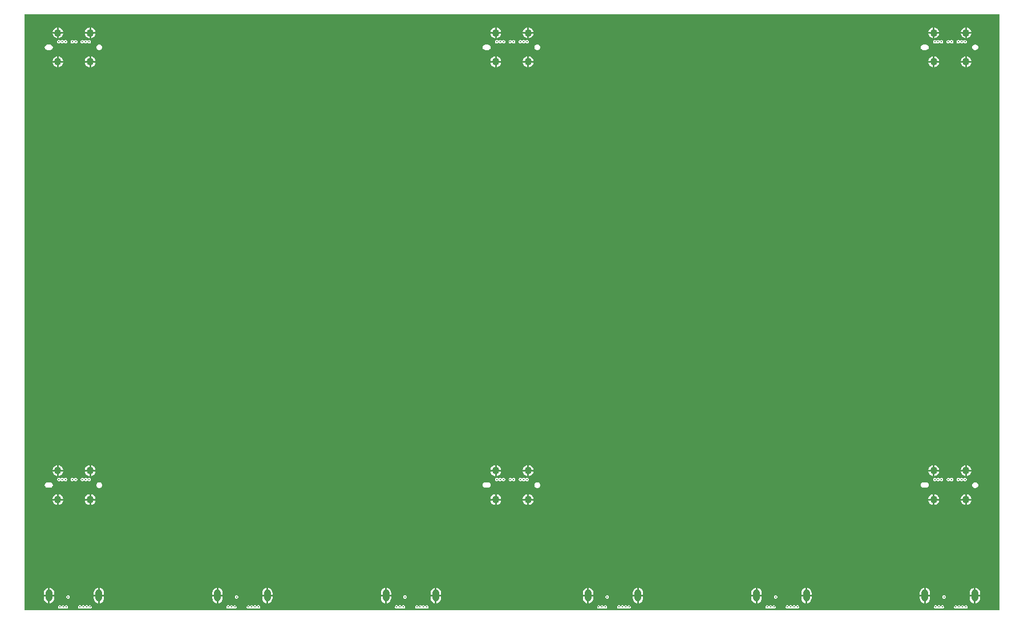
<source format=gbr>
%TF.GenerationSoftware,Altium Limited,Altium Designer,22.5.1 (42)*%
G04 Layer_Physical_Order=4*
G04 Layer_Color=6684774*
%FSLAX26Y26*%
%MOIN*%
%TF.SameCoordinates,0DA79311-8CAD-460E-879A-7D23F4F2BAF0*%
%TF.FilePolarity,Positive*%
%TF.FileFunction,Copper,L4,Inr,Signal*%
%TF.Part,Single*%
G01*
G75*
%TA.AperFunction,ComponentPad*%
%ADD16C,0.043307*%
%ADD17O,0.039370X0.070866*%
%TA.AperFunction,ViaPad*%
%ADD18C,0.011811*%
G36*
X6982802Y3403049D02*
X1284939D01*
Y6884377D01*
X6982802D01*
Y3403049D01*
D02*
G37*
%LPC*%
G36*
X6792402Y6808989D02*
Y6782559D01*
X6818832D01*
X6816898Y6789777D01*
X6812731Y6796995D01*
X6806837Y6802888D01*
X6799619Y6807055D01*
X6792402Y6808989D01*
D02*
G37*
G36*
X6782402D02*
X6775184Y6807055D01*
X6767966Y6802888D01*
X6762073Y6796995D01*
X6757905Y6789777D01*
X6755971Y6782559D01*
X6782402D01*
Y6808989D01*
D02*
G37*
G36*
X6603425D02*
Y6782559D01*
X6629856D01*
X6627922Y6789777D01*
X6623754Y6796995D01*
X6617861Y6802888D01*
X6610643Y6807055D01*
X6603425Y6808989D01*
D02*
G37*
G36*
X6593425D02*
X6586207Y6807055D01*
X6578989Y6802888D01*
X6573096Y6796995D01*
X6568929Y6789777D01*
X6566995Y6782559D01*
X6593425D01*
Y6808989D01*
D02*
G37*
G36*
X4233346D02*
Y6782559D01*
X4259777D01*
X4257843Y6789777D01*
X4253676Y6796995D01*
X4247782Y6802888D01*
X4240564Y6807055D01*
X4233346Y6808989D01*
D02*
G37*
G36*
X4223346D02*
X4216129Y6807055D01*
X4208911Y6802888D01*
X4203017Y6796995D01*
X4198850Y6789777D01*
X4196916Y6782559D01*
X4223346D01*
Y6808989D01*
D02*
G37*
G36*
X4044370D02*
Y6782559D01*
X4070800D01*
X4068866Y6789777D01*
X4064699Y6796995D01*
X4058806Y6802888D01*
X4051588Y6807055D01*
X4044370Y6808989D01*
D02*
G37*
G36*
X4034370D02*
X4027152Y6807055D01*
X4019934Y6802888D01*
X4014041Y6796995D01*
X4009874Y6789777D01*
X4007940Y6782559D01*
X4034370D01*
Y6808989D01*
D02*
G37*
G36*
X1674291D02*
Y6782559D01*
X1700722D01*
X1698788Y6789777D01*
X1694620Y6796995D01*
X1688727Y6802888D01*
X1681509Y6807055D01*
X1674291Y6808989D01*
D02*
G37*
G36*
X1664291D02*
X1657073Y6807055D01*
X1649856Y6802888D01*
X1643962Y6796995D01*
X1639795Y6789777D01*
X1637861Y6782559D01*
X1664291D01*
Y6808989D01*
D02*
G37*
G36*
X1485315D02*
Y6782559D01*
X1511745D01*
X1509811Y6789777D01*
X1505644Y6796995D01*
X1499751Y6802888D01*
X1492533Y6807055D01*
X1485315Y6808989D01*
D02*
G37*
G36*
X1475315D02*
X1468097Y6807055D01*
X1460879Y6802888D01*
X1454986Y6796995D01*
X1450819Y6789777D01*
X1448884Y6782559D01*
X1475315D01*
Y6808989D01*
D02*
G37*
G36*
X6818832Y6772559D02*
X6792402D01*
Y6746129D01*
X6799619Y6748063D01*
X6806837Y6752230D01*
X6812731Y6758123D01*
X6816898Y6765341D01*
X6818832Y6772559D01*
D02*
G37*
G36*
X6782402D02*
X6755971D01*
X6757905Y6765341D01*
X6762073Y6758123D01*
X6767966Y6752230D01*
X6775184Y6748063D01*
X6782402Y6746129D01*
Y6772559D01*
D02*
G37*
G36*
X6629856D02*
X6603425D01*
Y6746129D01*
X6610643Y6748063D01*
X6617861Y6752230D01*
X6623754Y6758123D01*
X6627922Y6765341D01*
X6629856Y6772559D01*
D02*
G37*
G36*
X6593425D02*
X6566995D01*
X6568929Y6765341D01*
X6573096Y6758123D01*
X6578989Y6752230D01*
X6586207Y6748063D01*
X6593425Y6746129D01*
Y6772559D01*
D02*
G37*
G36*
X4259777D02*
X4233346D01*
Y6746129D01*
X4240564Y6748063D01*
X4247782Y6752230D01*
X4253676Y6758123D01*
X4257843Y6765341D01*
X4259777Y6772559D01*
D02*
G37*
G36*
X4223346D02*
X4196916D01*
X4198850Y6765341D01*
X4203017Y6758123D01*
X4208911Y6752230D01*
X4216129Y6748063D01*
X4223346Y6746129D01*
Y6772559D01*
D02*
G37*
G36*
X4070800D02*
X4044370D01*
Y6746129D01*
X4051588Y6748063D01*
X4058806Y6752230D01*
X4064699Y6758123D01*
X4068866Y6765341D01*
X4070800Y6772559D01*
D02*
G37*
G36*
X4034370D02*
X4007940D01*
X4009874Y6765341D01*
X4014041Y6758123D01*
X4019934Y6752230D01*
X4027152Y6748063D01*
X4034370Y6746129D01*
Y6772559D01*
D02*
G37*
G36*
X1700722D02*
X1674291D01*
Y6746129D01*
X1681509Y6748063D01*
X1688727Y6752230D01*
X1694620Y6758123D01*
X1698788Y6765341D01*
X1700722Y6772559D01*
D02*
G37*
G36*
X1664291D02*
X1637861D01*
X1639795Y6765341D01*
X1643962Y6758123D01*
X1649856Y6752230D01*
X1657073Y6748063D01*
X1664291Y6746129D01*
Y6772559D01*
D02*
G37*
G36*
X1511745D02*
X1485315D01*
Y6746129D01*
X1492533Y6748063D01*
X1499751Y6752230D01*
X1505644Y6758123D01*
X1509811Y6765341D01*
X1511745Y6772559D01*
D02*
G37*
G36*
X1475315D02*
X1448884D01*
X1450819Y6765341D01*
X1454986Y6758123D01*
X1460879Y6752230D01*
X1468097Y6748063D01*
X1475315Y6746129D01*
Y6772559D01*
D02*
G37*
G36*
X6645698Y6735630D02*
X6641704D01*
X6638014Y6734102D01*
X6636983Y6733071D01*
X6633846Y6731778D01*
X6630501Y6733024D01*
X6629591Y6733935D01*
X6625974Y6735433D01*
X6622058D01*
X6618440Y6733935D01*
X6617379Y6732873D01*
X6614173Y6731710D01*
X6610967Y6732873D01*
X6609906Y6733935D01*
X6606288Y6735433D01*
X6602373D01*
X6598755Y6733935D01*
X6595987Y6731166D01*
X6594488Y6727548D01*
Y6723633D01*
X6595987Y6720015D01*
X6598755Y6717247D01*
X6602373Y6715748D01*
X6606288D01*
X6609906Y6717247D01*
X6610967Y6718308D01*
X6614173Y6719471D01*
X6617379Y6718308D01*
X6618440Y6717247D01*
X6622058Y6715748D01*
X6625974D01*
X6629591Y6717247D01*
X6630501Y6718157D01*
X6633846Y6719403D01*
X6636983Y6718111D01*
X6638014Y6717080D01*
X6641704Y6715551D01*
X6645698D01*
X6649388Y6717080D01*
X6652212Y6719904D01*
X6653740Y6723594D01*
Y6727588D01*
X6652212Y6731278D01*
X6649388Y6734102D01*
X6645698Y6735630D01*
D02*
G37*
G36*
X4086643D02*
X4082649D01*
X4078959Y6734102D01*
X4077928Y6733071D01*
X4074791Y6731778D01*
X4071446Y6733024D01*
X4070536Y6733935D01*
X4066919Y6735433D01*
X4063003D01*
X4059385Y6733935D01*
X4058324Y6732873D01*
X4055118Y6731710D01*
X4051912Y6732873D01*
X4050851Y6733935D01*
X4047233Y6735433D01*
X4043318D01*
X4039700Y6733935D01*
X4036932Y6731166D01*
X4035433Y6727548D01*
Y6723633D01*
X4036932Y6720015D01*
X4039700Y6717247D01*
X4043318Y6715748D01*
X4047233D01*
X4050851Y6717247D01*
X4051912Y6718308D01*
X4055118Y6719471D01*
X4058324Y6718308D01*
X4059385Y6717247D01*
X4063003Y6715748D01*
X4066919D01*
X4070536Y6717247D01*
X4071446Y6718157D01*
X4074791Y6719403D01*
X4077928Y6718111D01*
X4078959Y6717080D01*
X4082649Y6715551D01*
X4086643D01*
X4090333Y6717080D01*
X4093157Y6719904D01*
X4094685Y6723594D01*
Y6727588D01*
X4093157Y6731278D01*
X4090333Y6734102D01*
X4086643Y6735630D01*
D02*
G37*
G36*
X1527588D02*
X1523593D01*
X1519904Y6734102D01*
X1518873Y6733071D01*
X1515736Y6731778D01*
X1512391Y6733024D01*
X1511481Y6733935D01*
X1507863Y6735433D01*
X1503948D01*
X1500330Y6733935D01*
X1499269Y6732873D01*
X1496063Y6731710D01*
X1492857Y6732873D01*
X1491796Y6733935D01*
X1488178Y6735433D01*
X1484263D01*
X1480645Y6733935D01*
X1477876Y6731166D01*
X1476378Y6727548D01*
Y6723633D01*
X1477876Y6720015D01*
X1480645Y6717247D01*
X1484263Y6715748D01*
X1488178D01*
X1491796Y6717247D01*
X1492857Y6718308D01*
X1496063Y6719471D01*
X1499269Y6718308D01*
X1500330Y6717247D01*
X1503948Y6715748D01*
X1507863D01*
X1511481Y6717247D01*
X1512391Y6718157D01*
X1515736Y6719403D01*
X1518873Y6718111D01*
X1519904Y6717080D01*
X1523593Y6715551D01*
X1527588D01*
X1531277Y6717080D01*
X1534101Y6719904D01*
X1535630Y6723594D01*
Y6727588D01*
X1534101Y6731278D01*
X1531277Y6734102D01*
X1527588Y6735630D01*
D02*
G37*
G36*
X6704714Y6735433D02*
X6700798D01*
X6697181Y6733935D01*
X6696120Y6732873D01*
X6692913Y6731710D01*
X6689707Y6732873D01*
X6688646Y6733935D01*
X6685029Y6735433D01*
X6681113D01*
X6677496Y6733935D01*
X6674727Y6731166D01*
X6673228Y6727548D01*
Y6723633D01*
X6674727Y6720015D01*
X6677496Y6717247D01*
X6681113Y6715748D01*
X6685029D01*
X6688646Y6717247D01*
X6689707Y6718308D01*
X6692913Y6719471D01*
X6696120Y6718308D01*
X6697181Y6717247D01*
X6700798Y6715748D01*
X6704714D01*
X6708331Y6717247D01*
X6711100Y6720015D01*
X6712599Y6723633D01*
Y6727548D01*
X6711100Y6731166D01*
X6708331Y6733935D01*
X6704714Y6735433D01*
D02*
G37*
G36*
X4145659D02*
X4141743D01*
X4138126Y6733935D01*
X4137065Y6732873D01*
X4133858Y6731710D01*
X4130652Y6732873D01*
X4129591Y6733935D01*
X4125974Y6735433D01*
X4122058D01*
X4118440Y6733935D01*
X4115672Y6731166D01*
X4114173Y6727548D01*
Y6723633D01*
X4115672Y6720015D01*
X4118440Y6717247D01*
X4122058Y6715748D01*
X4125974D01*
X4129591Y6717247D01*
X4130652Y6718308D01*
X4133858Y6719471D01*
X4137065Y6718308D01*
X4138126Y6717247D01*
X4141743Y6715748D01*
X4145659D01*
X4149276Y6717247D01*
X4152045Y6720015D01*
X4153543Y6723633D01*
Y6727548D01*
X4152045Y6731166D01*
X4149276Y6733935D01*
X4145659Y6735433D01*
D02*
G37*
G36*
X1586603D02*
X1582688D01*
X1579070Y6733935D01*
X1578009Y6732873D01*
X1574803Y6731710D01*
X1571597Y6732873D01*
X1570536Y6733935D01*
X1566918Y6735433D01*
X1563003D01*
X1559385Y6733935D01*
X1556617Y6731166D01*
X1555118Y6727548D01*
Y6723633D01*
X1556617Y6720015D01*
X1559385Y6717247D01*
X1563003Y6715748D01*
X1566918D01*
X1570536Y6717247D01*
X1571597Y6718308D01*
X1574803Y6719471D01*
X1578009Y6718308D01*
X1579070Y6717247D01*
X1582688Y6715748D01*
X1586603D01*
X1590221Y6717247D01*
X1592990Y6720015D01*
X1594488Y6723633D01*
Y6727548D01*
X1592990Y6731166D01*
X1590221Y6733935D01*
X1586603Y6735433D01*
D02*
G37*
G36*
X6744123Y6735630D02*
X6740129D01*
X6736439Y6734102D01*
X6733615Y6731278D01*
X6732087Y6727588D01*
Y6723594D01*
X6733615Y6719904D01*
X6736439Y6717080D01*
X6740129Y6715551D01*
X6744123D01*
X6747813Y6717080D01*
X6748844Y6718111D01*
X6751981Y6719403D01*
X6755325Y6718157D01*
X6756236Y6717247D01*
X6759853Y6715748D01*
X6763769D01*
X6767386Y6717247D01*
X6768447Y6718308D01*
X6771654Y6719471D01*
X6774860Y6718308D01*
X6775921Y6717247D01*
X6779538Y6715748D01*
X6783454D01*
X6787071Y6717247D01*
X6789840Y6720015D01*
X6791339Y6723633D01*
Y6727548D01*
X6789840Y6731166D01*
X6787071Y6733935D01*
X6783454Y6735433D01*
X6779538D01*
X6775921Y6733935D01*
X6774860Y6732873D01*
X6771654Y6731710D01*
X6768447Y6732873D01*
X6767386Y6733935D01*
X6763769Y6735433D01*
X6759853D01*
X6756236Y6733935D01*
X6755325Y6733024D01*
X6751981Y6731778D01*
X6748844Y6733071D01*
X6747813Y6734102D01*
X6744123Y6735630D01*
D02*
G37*
G36*
X4185068D02*
X4181074D01*
X4177384Y6734102D01*
X4174560Y6731278D01*
X4173032Y6727588D01*
Y6723594D01*
X4174560Y6719904D01*
X4177384Y6717080D01*
X4181074Y6715551D01*
X4185068D01*
X4188758Y6717080D01*
X4189789Y6718111D01*
X4192926Y6719403D01*
X4196270Y6718157D01*
X4197181Y6717247D01*
X4200798Y6715748D01*
X4204714D01*
X4208331Y6717247D01*
X4209392Y6718308D01*
X4212599Y6719471D01*
X4215805Y6718308D01*
X4216866Y6717247D01*
X4220483Y6715748D01*
X4224399D01*
X4228016Y6717247D01*
X4230785Y6720015D01*
X4232283Y6723633D01*
Y6727548D01*
X4230785Y6731166D01*
X4228016Y6733935D01*
X4224399Y6735433D01*
X4220483D01*
X4216866Y6733935D01*
X4215805Y6732873D01*
X4212598Y6731710D01*
X4209392Y6732873D01*
X4208331Y6733935D01*
X4204714Y6735433D01*
X4200798D01*
X4197181Y6733935D01*
X4196270Y6733024D01*
X4192926Y6731778D01*
X4189789Y6733071D01*
X4188758Y6734102D01*
X4185068Y6735630D01*
D02*
G37*
G36*
X1626013D02*
X1622019D01*
X1618329Y6734102D01*
X1615505Y6731278D01*
X1613976Y6727588D01*
Y6723594D01*
X1615505Y6719904D01*
X1618329Y6717080D01*
X1622019Y6715551D01*
X1626013D01*
X1629703Y6717080D01*
X1630734Y6718111D01*
X1633870Y6719403D01*
X1637215Y6718157D01*
X1638125Y6717247D01*
X1641743Y6715748D01*
X1645659D01*
X1649276Y6717247D01*
X1650337Y6718308D01*
X1653543Y6719471D01*
X1656749Y6718308D01*
X1657811Y6717247D01*
X1661428Y6715748D01*
X1665344D01*
X1668961Y6717247D01*
X1671730Y6720015D01*
X1673228Y6723633D01*
Y6727548D01*
X1671730Y6731166D01*
X1668961Y6733935D01*
X1665344Y6735433D01*
X1661428D01*
X1657811Y6733935D01*
X1656749Y6732873D01*
X1653543Y6731710D01*
X1650337Y6732873D01*
X1649276Y6733935D01*
X1645659Y6735433D01*
X1641743D01*
X1638125Y6733935D01*
X1637215Y6733024D01*
X1633870Y6731778D01*
X1630734Y6733071D01*
X1629703Y6734102D01*
X1626013Y6735630D01*
D02*
G37*
G36*
X6553543Y6708769D02*
X6537008D01*
X6530940Y6707562D01*
X6525796Y6704125D01*
X6522359Y6698981D01*
X6521152Y6692913D01*
X6522359Y6686846D01*
X6525796Y6681702D01*
X6530940Y6678265D01*
X6537008Y6677057D01*
X6553543D01*
X6559611Y6678265D01*
X6564755Y6681702D01*
X6568192Y6686846D01*
X6569399Y6692913D01*
X6568192Y6698981D01*
X6564755Y6704125D01*
X6559611Y6707562D01*
X6553543Y6708769D01*
D02*
G37*
G36*
X3994488D02*
X3977953D01*
X3971885Y6707562D01*
X3966741Y6704125D01*
X3963304Y6698981D01*
X3962097Y6692913D01*
X3963304Y6686846D01*
X3966741Y6681702D01*
X3971885Y6678265D01*
X3977953Y6677057D01*
X3994488D01*
X4000556Y6678265D01*
X4005700Y6681702D01*
X4009137Y6686846D01*
X4010344Y6692913D01*
X4009137Y6698981D01*
X4005700Y6704125D01*
X4000556Y6707562D01*
X3994488Y6708769D01*
D02*
G37*
G36*
X1435433D02*
X1418898D01*
X1412830Y6707562D01*
X1407686Y6704125D01*
X1404249Y6698981D01*
X1403042Y6692913D01*
X1404249Y6686846D01*
X1407686Y6681702D01*
X1412830Y6678265D01*
X1418898Y6677057D01*
X1435433D01*
X1441501Y6678265D01*
X1446645Y6681702D01*
X1450082Y6686846D01*
X1451289Y6692913D01*
X1450082Y6698981D01*
X1446645Y6704125D01*
X1441501Y6707562D01*
X1435433Y6708769D01*
D02*
G37*
G36*
X6843958Y6710039D02*
X6837145D01*
X6830850Y6707432D01*
X6826033Y6702614D01*
X6823425Y6696320D01*
Y6689507D01*
X6826033Y6683212D01*
X6830850Y6678395D01*
X6837145Y6675787D01*
X6843958D01*
X6850252Y6678395D01*
X6855070Y6683212D01*
X6857677Y6689507D01*
Y6696320D01*
X6855070Y6702614D01*
X6850252Y6707432D01*
X6843958Y6710039D01*
D02*
G37*
G36*
X4284903D02*
X4278090D01*
X4271795Y6707432D01*
X4266977Y6702614D01*
X4264370Y6696320D01*
Y6689507D01*
X4266977Y6683212D01*
X4271795Y6678395D01*
X4278090Y6675787D01*
X4284903D01*
X4291197Y6678395D01*
X4296015Y6683212D01*
X4298622Y6689507D01*
Y6696320D01*
X4296015Y6702614D01*
X4291197Y6707432D01*
X4284903Y6710039D01*
D02*
G37*
G36*
X1725848D02*
X1719034D01*
X1712740Y6707432D01*
X1707922Y6702614D01*
X1705315Y6696320D01*
Y6689507D01*
X1707922Y6683212D01*
X1712740Y6678395D01*
X1719034Y6675787D01*
X1725848D01*
X1732142Y6678395D01*
X1736960Y6683212D01*
X1739567Y6689507D01*
Y6696320D01*
X1736960Y6702614D01*
X1732142Y6707432D01*
X1725848Y6710039D01*
D02*
G37*
G36*
X6792402Y6639698D02*
Y6613268D01*
X6818832D01*
X6816898Y6620485D01*
X6812731Y6627703D01*
X6806837Y6633597D01*
X6799619Y6637764D01*
X6792402Y6639698D01*
D02*
G37*
G36*
X6782402D02*
X6775184Y6637764D01*
X6767966Y6633597D01*
X6762073Y6627703D01*
X6757905Y6620485D01*
X6755971Y6613268D01*
X6782402D01*
Y6639698D01*
D02*
G37*
G36*
X6603425D02*
Y6613268D01*
X6629856D01*
X6627922Y6620485D01*
X6623754Y6627703D01*
X6617861Y6633597D01*
X6610643Y6637764D01*
X6603425Y6639698D01*
D02*
G37*
G36*
X6593425D02*
X6586207Y6637764D01*
X6578989Y6633597D01*
X6573096Y6627703D01*
X6568929Y6620485D01*
X6566995Y6613268D01*
X6593425D01*
Y6639698D01*
D02*
G37*
G36*
X4233346D02*
Y6613268D01*
X4259777D01*
X4257843Y6620485D01*
X4253676Y6627703D01*
X4247782Y6633597D01*
X4240564Y6637764D01*
X4233346Y6639698D01*
D02*
G37*
G36*
X4223346D02*
X4216129Y6637764D01*
X4208911Y6633597D01*
X4203017Y6627703D01*
X4198850Y6620485D01*
X4196916Y6613268D01*
X4223346D01*
Y6639698D01*
D02*
G37*
G36*
X4044370D02*
Y6613268D01*
X4070800D01*
X4068866Y6620485D01*
X4064699Y6627703D01*
X4058806Y6633597D01*
X4051588Y6637764D01*
X4044370Y6639698D01*
D02*
G37*
G36*
X4034370D02*
X4027152Y6637764D01*
X4019934Y6633597D01*
X4014041Y6627703D01*
X4009874Y6620485D01*
X4007940Y6613268D01*
X4034370D01*
Y6639698D01*
D02*
G37*
G36*
X1674291D02*
Y6613268D01*
X1700722D01*
X1698788Y6620485D01*
X1694620Y6627703D01*
X1688727Y6633597D01*
X1681509Y6637764D01*
X1674291Y6639698D01*
D02*
G37*
G36*
X1664291D02*
X1657073Y6637764D01*
X1649856Y6633597D01*
X1643962Y6627703D01*
X1639795Y6620485D01*
X1637861Y6613268D01*
X1664291D01*
Y6639698D01*
D02*
G37*
G36*
X1485315D02*
Y6613268D01*
X1511745D01*
X1509811Y6620485D01*
X1505644Y6627703D01*
X1499751Y6633597D01*
X1492533Y6637764D01*
X1485315Y6639698D01*
D02*
G37*
G36*
X1475315D02*
X1468097Y6637764D01*
X1460879Y6633597D01*
X1454986Y6627703D01*
X1450819Y6620485D01*
X1448884Y6613268D01*
X1475315D01*
Y6639698D01*
D02*
G37*
G36*
X6818832Y6603268D02*
X6792402D01*
Y6576837D01*
X6799619Y6578771D01*
X6806837Y6582939D01*
X6812731Y6588832D01*
X6816898Y6596050D01*
X6818832Y6603268D01*
D02*
G37*
G36*
X6782402D02*
X6755971D01*
X6757905Y6596050D01*
X6762073Y6588832D01*
X6767966Y6582939D01*
X6775184Y6578771D01*
X6782402Y6576837D01*
Y6603268D01*
D02*
G37*
G36*
X6629856D02*
X6603425D01*
Y6576837D01*
X6610643Y6578771D01*
X6617861Y6582939D01*
X6623754Y6588832D01*
X6627922Y6596050D01*
X6629856Y6603268D01*
D02*
G37*
G36*
X6593425D02*
X6566995D01*
X6568929Y6596050D01*
X6573096Y6588832D01*
X6578989Y6582939D01*
X6586207Y6578771D01*
X6593425Y6576837D01*
Y6603268D01*
D02*
G37*
G36*
X4259777D02*
X4233346D01*
Y6576837D01*
X4240564Y6578771D01*
X4247782Y6582939D01*
X4253676Y6588832D01*
X4257843Y6596050D01*
X4259777Y6603268D01*
D02*
G37*
G36*
X4223346D02*
X4196916D01*
X4198850Y6596050D01*
X4203017Y6588832D01*
X4208911Y6582939D01*
X4216129Y6578771D01*
X4223346Y6576837D01*
Y6603268D01*
D02*
G37*
G36*
X4070800D02*
X4044370D01*
Y6576837D01*
X4051588Y6578771D01*
X4058806Y6582939D01*
X4064699Y6588832D01*
X4068866Y6596050D01*
X4070800Y6603268D01*
D02*
G37*
G36*
X4034370D02*
X4007940D01*
X4009874Y6596050D01*
X4014041Y6588832D01*
X4019934Y6582939D01*
X4027152Y6578771D01*
X4034370Y6576837D01*
Y6603268D01*
D02*
G37*
G36*
X1700722D02*
X1674291D01*
Y6576837D01*
X1681509Y6578771D01*
X1688727Y6582939D01*
X1694620Y6588832D01*
X1698788Y6596050D01*
X1700722Y6603268D01*
D02*
G37*
G36*
X1664291D02*
X1637861D01*
X1639795Y6596050D01*
X1643962Y6588832D01*
X1649856Y6582939D01*
X1657073Y6578771D01*
X1664291Y6576837D01*
Y6603268D01*
D02*
G37*
G36*
X1511745D02*
X1485315D01*
Y6576837D01*
X1492533Y6578771D01*
X1499751Y6582939D01*
X1505644Y6588832D01*
X1509811Y6596050D01*
X1511745Y6603268D01*
D02*
G37*
G36*
X1475315D02*
X1448884D01*
X1450819Y6596050D01*
X1454986Y6588832D01*
X1460879Y6582939D01*
X1468097Y6578771D01*
X1475315Y6576837D01*
Y6603268D01*
D02*
G37*
G36*
X6792402Y4249934D02*
Y4223504D01*
X6818832D01*
X6816898Y4230722D01*
X6812731Y4237940D01*
X6806837Y4243833D01*
X6799619Y4248000D01*
X6792402Y4249934D01*
D02*
G37*
G36*
X6782402D02*
X6775184Y4248000D01*
X6767966Y4243833D01*
X6762073Y4237940D01*
X6757905Y4230722D01*
X6755971Y4223504D01*
X6782402D01*
Y4249934D01*
D02*
G37*
G36*
X6603425D02*
Y4223504D01*
X6629856D01*
X6627922Y4230722D01*
X6623754Y4237940D01*
X6617861Y4243833D01*
X6610643Y4248000D01*
X6603425Y4249934D01*
D02*
G37*
G36*
X6593425D02*
X6586207Y4248000D01*
X6578989Y4243833D01*
X6573096Y4237940D01*
X6568929Y4230722D01*
X6566995Y4223504D01*
X6593425D01*
Y4249934D01*
D02*
G37*
G36*
X4233346D02*
Y4223504D01*
X4259777D01*
X4257843Y4230722D01*
X4253676Y4237940D01*
X4247782Y4243833D01*
X4240564Y4248000D01*
X4233346Y4249934D01*
D02*
G37*
G36*
X4223346D02*
X4216129Y4248000D01*
X4208911Y4243833D01*
X4203017Y4237940D01*
X4198850Y4230722D01*
X4196916Y4223504D01*
X4223346D01*
Y4249934D01*
D02*
G37*
G36*
X4044370D02*
Y4223504D01*
X4070800D01*
X4068866Y4230722D01*
X4064699Y4237940D01*
X4058806Y4243833D01*
X4051588Y4248000D01*
X4044370Y4249934D01*
D02*
G37*
G36*
X4034370D02*
X4027152Y4248000D01*
X4019934Y4243833D01*
X4014041Y4237940D01*
X4009874Y4230722D01*
X4007940Y4223504D01*
X4034370D01*
Y4249934D01*
D02*
G37*
G36*
X1674291D02*
Y4223504D01*
X1700722D01*
X1698788Y4230722D01*
X1694620Y4237940D01*
X1688727Y4243833D01*
X1681509Y4248000D01*
X1674291Y4249934D01*
D02*
G37*
G36*
X1664291D02*
X1657073Y4248000D01*
X1649856Y4243833D01*
X1643962Y4237940D01*
X1639795Y4230722D01*
X1637861Y4223504D01*
X1664291D01*
Y4249934D01*
D02*
G37*
G36*
X1485315D02*
Y4223504D01*
X1511745D01*
X1509811Y4230722D01*
X1505644Y4237940D01*
X1499751Y4243833D01*
X1492533Y4248000D01*
X1485315Y4249934D01*
D02*
G37*
G36*
X1475315D02*
X1468097Y4248000D01*
X1460879Y4243833D01*
X1454986Y4237940D01*
X1450819Y4230722D01*
X1448884Y4223504D01*
X1475315D01*
Y4249934D01*
D02*
G37*
G36*
X6818832Y4213504D02*
X6792402D01*
Y4187074D01*
X6799619Y4189008D01*
X6806837Y4193175D01*
X6812731Y4199068D01*
X6816898Y4206286D01*
X6818832Y4213504D01*
D02*
G37*
G36*
X6782402D02*
X6755971D01*
X6757905Y4206286D01*
X6762073Y4199068D01*
X6767966Y4193175D01*
X6775184Y4189008D01*
X6782402Y4187074D01*
Y4213504D01*
D02*
G37*
G36*
X6629856D02*
X6603425D01*
Y4187074D01*
X6610643Y4189008D01*
X6617861Y4193175D01*
X6623754Y4199068D01*
X6627922Y4206286D01*
X6629856Y4213504D01*
D02*
G37*
G36*
X6593425D02*
X6566995D01*
X6568929Y4206286D01*
X6573096Y4199068D01*
X6578989Y4193175D01*
X6586207Y4189008D01*
X6593425Y4187074D01*
Y4213504D01*
D02*
G37*
G36*
X4259777D02*
X4233346D01*
Y4187074D01*
X4240564Y4189008D01*
X4247782Y4193175D01*
X4253676Y4199068D01*
X4257843Y4206286D01*
X4259777Y4213504D01*
D02*
G37*
G36*
X4223346D02*
X4196916D01*
X4198850Y4206286D01*
X4203017Y4199068D01*
X4208911Y4193175D01*
X4216129Y4189008D01*
X4223346Y4187074D01*
Y4213504D01*
D02*
G37*
G36*
X4070800D02*
X4044370D01*
Y4187074D01*
X4051588Y4189008D01*
X4058806Y4193175D01*
X4064699Y4199068D01*
X4068866Y4206286D01*
X4070800Y4213504D01*
D02*
G37*
G36*
X4034370D02*
X4007940D01*
X4009874Y4206286D01*
X4014041Y4199068D01*
X4019934Y4193175D01*
X4027152Y4189008D01*
X4034370Y4187074D01*
Y4213504D01*
D02*
G37*
G36*
X1700722D02*
X1674291D01*
Y4187074D01*
X1681509Y4189008D01*
X1688727Y4193175D01*
X1694620Y4199068D01*
X1698788Y4206286D01*
X1700722Y4213504D01*
D02*
G37*
G36*
X1664291D02*
X1637861D01*
X1639795Y4206286D01*
X1643962Y4199068D01*
X1649856Y4193175D01*
X1657073Y4189008D01*
X1664291Y4187074D01*
Y4213504D01*
D02*
G37*
G36*
X1511745D02*
X1485315D01*
Y4187074D01*
X1492533Y4189008D01*
X1499751Y4193175D01*
X1505644Y4199068D01*
X1509811Y4206286D01*
X1511745Y4213504D01*
D02*
G37*
G36*
X1475315D02*
X1448884D01*
X1450819Y4206286D01*
X1454986Y4199068D01*
X1460879Y4193175D01*
X1468097Y4189008D01*
X1475315Y4187074D01*
Y4213504D01*
D02*
G37*
G36*
X6645698Y4176575D02*
X6641704D01*
X6638014Y4175047D01*
X6636983Y4174016D01*
X6633846Y4172723D01*
X6630501Y4173969D01*
X6629591Y4174880D01*
X6625974Y4176378D01*
X6622058D01*
X6618440Y4174880D01*
X6617379Y4173818D01*
X6614173Y4172655D01*
X6610967Y4173818D01*
X6609906Y4174880D01*
X6606288Y4176378D01*
X6602373D01*
X6598755Y4174880D01*
X6595987Y4172111D01*
X6594488Y4168493D01*
Y4164578D01*
X6595987Y4160960D01*
X6598755Y4158191D01*
X6602373Y4156693D01*
X6606288D01*
X6609906Y4158191D01*
X6610967Y4159253D01*
X6614173Y4160416D01*
X6617379Y4159253D01*
X6618440Y4158191D01*
X6622058Y4156693D01*
X6625974D01*
X6629591Y4158191D01*
X6630501Y4159102D01*
X6633846Y4160348D01*
X6636983Y4159056D01*
X6638014Y4158025D01*
X6641704Y4156496D01*
X6645698D01*
X6649388Y4158025D01*
X6652212Y4160849D01*
X6653740Y4164538D01*
Y4168533D01*
X6652212Y4172222D01*
X6649388Y4175047D01*
X6645698Y4176575D01*
D02*
G37*
G36*
X4086643D02*
X4082649D01*
X4078959Y4175047D01*
X4077928Y4174016D01*
X4074791Y4172723D01*
X4071446Y4173969D01*
X4070536Y4174880D01*
X4066919Y4176378D01*
X4063003D01*
X4059385Y4174880D01*
X4058324Y4173818D01*
X4055118Y4172655D01*
X4051912Y4173818D01*
X4050851Y4174880D01*
X4047233Y4176378D01*
X4043318D01*
X4039700Y4174880D01*
X4036932Y4172111D01*
X4035433Y4168493D01*
Y4164578D01*
X4036932Y4160960D01*
X4039700Y4158191D01*
X4043318Y4156693D01*
X4047233D01*
X4050851Y4158191D01*
X4051912Y4159253D01*
X4055118Y4160416D01*
X4058324Y4159253D01*
X4059385Y4158191D01*
X4063003Y4156693D01*
X4066919D01*
X4070536Y4158191D01*
X4071446Y4159102D01*
X4074791Y4160348D01*
X4077928Y4159056D01*
X4078959Y4158025D01*
X4082649Y4156496D01*
X4086643D01*
X4090333Y4158025D01*
X4093157Y4160849D01*
X4094685Y4164538D01*
Y4168533D01*
X4093157Y4172222D01*
X4090333Y4175047D01*
X4086643Y4176575D01*
D02*
G37*
G36*
X1527588D02*
X1523593D01*
X1519904Y4175047D01*
X1518873Y4174016D01*
X1515736Y4172723D01*
X1512391Y4173969D01*
X1511481Y4174880D01*
X1507863Y4176378D01*
X1503948D01*
X1500330Y4174880D01*
X1499269Y4173818D01*
X1496063Y4172655D01*
X1492857Y4173818D01*
X1491796Y4174880D01*
X1488178Y4176378D01*
X1484263D01*
X1480645Y4174880D01*
X1477876Y4172111D01*
X1476378Y4168493D01*
Y4164578D01*
X1477876Y4160960D01*
X1480645Y4158191D01*
X1484263Y4156693D01*
X1488178D01*
X1491796Y4158191D01*
X1492857Y4159253D01*
X1496063Y4160416D01*
X1499269Y4159253D01*
X1500330Y4158191D01*
X1503948Y4156693D01*
X1507863D01*
X1511481Y4158191D01*
X1512391Y4159102D01*
X1515736Y4160348D01*
X1518873Y4159056D01*
X1519904Y4158025D01*
X1523593Y4156496D01*
X1527588D01*
X1531277Y4158025D01*
X1534101Y4160849D01*
X1535630Y4164538D01*
Y4168533D01*
X1534101Y4172222D01*
X1531277Y4175047D01*
X1527588Y4176575D01*
D02*
G37*
G36*
X6704714Y4176378D02*
X6700798D01*
X6697181Y4174880D01*
X6696120Y4173818D01*
X6692913Y4172655D01*
X6689707Y4173818D01*
X6688646Y4174880D01*
X6685029Y4176378D01*
X6681113D01*
X6677496Y4174880D01*
X6674727Y4172111D01*
X6673228Y4168493D01*
Y4164578D01*
X6674727Y4160960D01*
X6677496Y4158191D01*
X6681113Y4156693D01*
X6685029D01*
X6688646Y4158191D01*
X6689707Y4159253D01*
X6692913Y4160416D01*
X6696120Y4159253D01*
X6697181Y4158191D01*
X6700798Y4156693D01*
X6704714D01*
X6708331Y4158191D01*
X6711100Y4160960D01*
X6712599Y4164578D01*
Y4168493D01*
X6711100Y4172111D01*
X6708331Y4174880D01*
X6704714Y4176378D01*
D02*
G37*
G36*
X4145659D02*
X4141743D01*
X4138126Y4174880D01*
X4137065Y4173818D01*
X4133858Y4172655D01*
X4130652Y4173818D01*
X4129591Y4174880D01*
X4125974Y4176378D01*
X4122058D01*
X4118440Y4174880D01*
X4115672Y4172111D01*
X4114173Y4168493D01*
Y4164578D01*
X4115672Y4160960D01*
X4118440Y4158191D01*
X4122058Y4156693D01*
X4125974D01*
X4129591Y4158191D01*
X4130652Y4159253D01*
X4133858Y4160416D01*
X4137065Y4159253D01*
X4138126Y4158191D01*
X4141743Y4156693D01*
X4145659D01*
X4149276Y4158191D01*
X4152045Y4160960D01*
X4153543Y4164578D01*
Y4168493D01*
X4152045Y4172111D01*
X4149276Y4174880D01*
X4145659Y4176378D01*
D02*
G37*
G36*
X1586603D02*
X1582688D01*
X1579070Y4174880D01*
X1578009Y4173818D01*
X1574803Y4172655D01*
X1571597Y4173818D01*
X1570536Y4174880D01*
X1566918Y4176378D01*
X1563003D01*
X1559385Y4174880D01*
X1556617Y4172111D01*
X1555118Y4168493D01*
Y4164578D01*
X1556617Y4160960D01*
X1559385Y4158191D01*
X1563003Y4156693D01*
X1566918D01*
X1570536Y4158191D01*
X1571597Y4159253D01*
X1574803Y4160416D01*
X1578009Y4159253D01*
X1579070Y4158191D01*
X1582688Y4156693D01*
X1586603D01*
X1590221Y4158191D01*
X1592990Y4160960D01*
X1594488Y4164578D01*
Y4168493D01*
X1592990Y4172111D01*
X1590221Y4174880D01*
X1586603Y4176378D01*
D02*
G37*
G36*
X6744123Y4176575D02*
X6740129D01*
X6736439Y4175047D01*
X6733615Y4172222D01*
X6732087Y4168533D01*
Y4164538D01*
X6733615Y4160849D01*
X6736439Y4158025D01*
X6740129Y4156496D01*
X6744123D01*
X6747813Y4158025D01*
X6748844Y4159056D01*
X6751981Y4160348D01*
X6755325Y4159102D01*
X6756236Y4158191D01*
X6759853Y4156693D01*
X6763769D01*
X6767386Y4158191D01*
X6768447Y4159253D01*
X6771654Y4160416D01*
X6774860Y4159253D01*
X6775921Y4158191D01*
X6779538Y4156693D01*
X6783454D01*
X6787071Y4158191D01*
X6789840Y4160960D01*
X6791339Y4164578D01*
Y4168493D01*
X6789840Y4172111D01*
X6787071Y4174880D01*
X6783454Y4176378D01*
X6779538D01*
X6775921Y4174880D01*
X6774860Y4173818D01*
X6771654Y4172655D01*
X6768447Y4173818D01*
X6767386Y4174880D01*
X6763769Y4176378D01*
X6759853D01*
X6756236Y4174880D01*
X6755325Y4173969D01*
X6751981Y4172723D01*
X6748844Y4174016D01*
X6747813Y4175047D01*
X6744123Y4176575D01*
D02*
G37*
G36*
X4185068D02*
X4181074D01*
X4177384Y4175047D01*
X4174560Y4172222D01*
X4173032Y4168533D01*
Y4164538D01*
X4174560Y4160849D01*
X4177384Y4158025D01*
X4181074Y4156496D01*
X4185068D01*
X4188758Y4158025D01*
X4189789Y4159056D01*
X4192926Y4160348D01*
X4196270Y4159102D01*
X4197181Y4158191D01*
X4200798Y4156693D01*
X4204714D01*
X4208331Y4158191D01*
X4209392Y4159253D01*
X4212599Y4160416D01*
X4215805Y4159253D01*
X4216866Y4158191D01*
X4220483Y4156693D01*
X4224399D01*
X4228016Y4158191D01*
X4230785Y4160960D01*
X4232283Y4164578D01*
Y4168493D01*
X4230785Y4172111D01*
X4228016Y4174880D01*
X4224399Y4176378D01*
X4220483D01*
X4216866Y4174880D01*
X4215805Y4173818D01*
X4212598Y4172655D01*
X4209392Y4173818D01*
X4208331Y4174880D01*
X4204714Y4176378D01*
X4200798D01*
X4197181Y4174880D01*
X4196270Y4173969D01*
X4192926Y4172723D01*
X4189789Y4174016D01*
X4188758Y4175047D01*
X4185068Y4176575D01*
D02*
G37*
G36*
X1626013D02*
X1622019D01*
X1618329Y4175047D01*
X1615505Y4172222D01*
X1613976Y4168533D01*
Y4164538D01*
X1615505Y4160849D01*
X1618329Y4158025D01*
X1622019Y4156496D01*
X1626013D01*
X1629703Y4158025D01*
X1630734Y4159056D01*
X1633870Y4160348D01*
X1637215Y4159102D01*
X1638125Y4158191D01*
X1641743Y4156693D01*
X1645659D01*
X1649276Y4158191D01*
X1650337Y4159253D01*
X1653543Y4160416D01*
X1656749Y4159253D01*
X1657811Y4158191D01*
X1661428Y4156693D01*
X1665344D01*
X1668961Y4158191D01*
X1671730Y4160960D01*
X1673228Y4164578D01*
Y4168493D01*
X1671730Y4172111D01*
X1668961Y4174880D01*
X1665344Y4176378D01*
X1661428D01*
X1657811Y4174880D01*
X1656749Y4173818D01*
X1653543Y4172655D01*
X1650337Y4173818D01*
X1649276Y4174880D01*
X1645659Y4176378D01*
X1641743D01*
X1638125Y4174880D01*
X1637215Y4173969D01*
X1633870Y4172723D01*
X1630734Y4174016D01*
X1629703Y4175047D01*
X1626013Y4176575D01*
D02*
G37*
G36*
X6553543Y4149714D02*
X6537008D01*
X6530940Y4148507D01*
X6525796Y4145070D01*
X6522359Y4139926D01*
X6521152Y4133858D01*
X6522359Y4127791D01*
X6525796Y4122646D01*
X6530940Y4119209D01*
X6537008Y4118002D01*
X6553543D01*
X6559611Y4119209D01*
X6564755Y4122646D01*
X6568192Y4127791D01*
X6569399Y4133858D01*
X6568192Y4139926D01*
X6564755Y4145070D01*
X6559611Y4148507D01*
X6553543Y4149714D01*
D02*
G37*
G36*
X3994488D02*
X3977953D01*
X3971885Y4148507D01*
X3966741Y4145070D01*
X3963304Y4139926D01*
X3962097Y4133858D01*
X3963304Y4127791D01*
X3966741Y4122646D01*
X3971885Y4119209D01*
X3977953Y4118002D01*
X3994488D01*
X4000556Y4119209D01*
X4005700Y4122646D01*
X4009137Y4127791D01*
X4010344Y4133858D01*
X4009137Y4139926D01*
X4005700Y4145070D01*
X4000556Y4148507D01*
X3994488Y4149714D01*
D02*
G37*
G36*
X1435433D02*
X1418898D01*
X1412830Y4148507D01*
X1407686Y4145070D01*
X1404249Y4139926D01*
X1403042Y4133858D01*
X1404249Y4127791D01*
X1407686Y4122646D01*
X1412830Y4119209D01*
X1418898Y4118002D01*
X1435433D01*
X1441501Y4119209D01*
X1446645Y4122646D01*
X1450082Y4127791D01*
X1451289Y4133858D01*
X1450082Y4139926D01*
X1446645Y4145070D01*
X1441501Y4148507D01*
X1435433Y4149714D01*
D02*
G37*
G36*
X6843958Y4150984D02*
X6837145D01*
X6830850Y4148377D01*
X6826033Y4143559D01*
X6823425Y4137265D01*
Y4130452D01*
X6826033Y4124157D01*
X6830850Y4119340D01*
X6837145Y4116732D01*
X6843958D01*
X6850252Y4119340D01*
X6855070Y4124157D01*
X6857677Y4130452D01*
Y4137265D01*
X6855070Y4143559D01*
X6850252Y4148377D01*
X6843958Y4150984D01*
D02*
G37*
G36*
X4284903D02*
X4278090D01*
X4271795Y4148377D01*
X4266977Y4143559D01*
X4264370Y4137265D01*
Y4130452D01*
X4266977Y4124157D01*
X4271795Y4119340D01*
X4278090Y4116732D01*
X4284903D01*
X4291197Y4119340D01*
X4296015Y4124157D01*
X4298622Y4130452D01*
Y4137265D01*
X4296015Y4143559D01*
X4291197Y4148377D01*
X4284903Y4150984D01*
D02*
G37*
G36*
X1725848D02*
X1719034D01*
X1712740Y4148377D01*
X1707922Y4143559D01*
X1705315Y4137265D01*
Y4130452D01*
X1707922Y4124157D01*
X1712740Y4119340D01*
X1719034Y4116732D01*
X1725848D01*
X1732142Y4119340D01*
X1736960Y4124157D01*
X1739567Y4130452D01*
Y4137265D01*
X1736960Y4143559D01*
X1732142Y4148377D01*
X1725848Y4150984D01*
D02*
G37*
G36*
X6792402Y4080643D02*
Y4054213D01*
X6818832D01*
X6816898Y4061430D01*
X6812731Y4068648D01*
X6806837Y4074542D01*
X6799619Y4078709D01*
X6792402Y4080643D01*
D02*
G37*
G36*
X6782402D02*
X6775184Y4078709D01*
X6767966Y4074542D01*
X6762073Y4068648D01*
X6757905Y4061430D01*
X6755971Y4054213D01*
X6782402D01*
Y4080643D01*
D02*
G37*
G36*
X6603425D02*
Y4054213D01*
X6629856D01*
X6627922Y4061430D01*
X6623754Y4068648D01*
X6617861Y4074542D01*
X6610643Y4078709D01*
X6603425Y4080643D01*
D02*
G37*
G36*
X6593425D02*
X6586207Y4078709D01*
X6578989Y4074542D01*
X6573096Y4068648D01*
X6568929Y4061430D01*
X6566995Y4054213D01*
X6593425D01*
Y4080643D01*
D02*
G37*
G36*
X4233346D02*
Y4054213D01*
X4259777D01*
X4257843Y4061430D01*
X4253676Y4068648D01*
X4247782Y4074542D01*
X4240564Y4078709D01*
X4233346Y4080643D01*
D02*
G37*
G36*
X4223346D02*
X4216129Y4078709D01*
X4208911Y4074542D01*
X4203017Y4068648D01*
X4198850Y4061430D01*
X4196916Y4054213D01*
X4223346D01*
Y4080643D01*
D02*
G37*
G36*
X4044370D02*
Y4054213D01*
X4070800D01*
X4068866Y4061430D01*
X4064699Y4068648D01*
X4058806Y4074542D01*
X4051588Y4078709D01*
X4044370Y4080643D01*
D02*
G37*
G36*
X4034370D02*
X4027152Y4078709D01*
X4019934Y4074542D01*
X4014041Y4068648D01*
X4009874Y4061430D01*
X4007940Y4054213D01*
X4034370D01*
Y4080643D01*
D02*
G37*
G36*
X1674291D02*
Y4054213D01*
X1700722D01*
X1698788Y4061430D01*
X1694620Y4068648D01*
X1688727Y4074542D01*
X1681509Y4078709D01*
X1674291Y4080643D01*
D02*
G37*
G36*
X1664291D02*
X1657073Y4078709D01*
X1649856Y4074542D01*
X1643962Y4068648D01*
X1639795Y4061430D01*
X1637861Y4054213D01*
X1664291D01*
Y4080643D01*
D02*
G37*
G36*
X1485315D02*
Y4054213D01*
X1511745D01*
X1509811Y4061430D01*
X1505644Y4068648D01*
X1499751Y4074542D01*
X1492533Y4078709D01*
X1485315Y4080643D01*
D02*
G37*
G36*
X1475315D02*
X1468097Y4078709D01*
X1460879Y4074542D01*
X1454986Y4068648D01*
X1450819Y4061430D01*
X1448884Y4054213D01*
X1475315D01*
Y4080643D01*
D02*
G37*
G36*
X6818832Y4044213D02*
X6792402D01*
Y4017782D01*
X6799619Y4019716D01*
X6806837Y4023883D01*
X6812731Y4029777D01*
X6816898Y4036995D01*
X6818832Y4044213D01*
D02*
G37*
G36*
X6782402D02*
X6755971D01*
X6757905Y4036995D01*
X6762073Y4029777D01*
X6767966Y4023883D01*
X6775184Y4019716D01*
X6782402Y4017782D01*
Y4044213D01*
D02*
G37*
G36*
X6629856D02*
X6603425D01*
Y4017782D01*
X6610643Y4019716D01*
X6617861Y4023883D01*
X6623754Y4029777D01*
X6627922Y4036995D01*
X6629856Y4044213D01*
D02*
G37*
G36*
X6593425D02*
X6566995D01*
X6568929Y4036995D01*
X6573096Y4029777D01*
X6578989Y4023883D01*
X6586207Y4019716D01*
X6593425Y4017782D01*
Y4044213D01*
D02*
G37*
G36*
X4259777D02*
X4233346D01*
Y4017782D01*
X4240564Y4019716D01*
X4247782Y4023883D01*
X4253676Y4029777D01*
X4257843Y4036995D01*
X4259777Y4044213D01*
D02*
G37*
G36*
X4223346D02*
X4196916D01*
X4198850Y4036995D01*
X4203017Y4029777D01*
X4208911Y4023883D01*
X4216129Y4019716D01*
X4223346Y4017782D01*
Y4044213D01*
D02*
G37*
G36*
X4070800D02*
X4044370D01*
Y4017782D01*
X4051588Y4019716D01*
X4058806Y4023883D01*
X4064699Y4029777D01*
X4068866Y4036995D01*
X4070800Y4044213D01*
D02*
G37*
G36*
X4034370D02*
X4007940D01*
X4009874Y4036995D01*
X4014041Y4029777D01*
X4019934Y4023883D01*
X4027152Y4019716D01*
X4034370Y4017782D01*
Y4044213D01*
D02*
G37*
G36*
X1700722D02*
X1674291D01*
Y4017782D01*
X1681509Y4019716D01*
X1688727Y4023883D01*
X1694620Y4029777D01*
X1698788Y4036995D01*
X1700722Y4044213D01*
D02*
G37*
G36*
X1664291D02*
X1637861D01*
X1639795Y4036995D01*
X1643962Y4029777D01*
X1649856Y4023883D01*
X1657073Y4019716D01*
X1664291Y4017782D01*
Y4044213D01*
D02*
G37*
G36*
X1511745D02*
X1485315D01*
Y4017782D01*
X1492533Y4019716D01*
X1499751Y4023883D01*
X1505644Y4029777D01*
X1509811Y4036995D01*
X1511745Y4044213D01*
D02*
G37*
G36*
X1475315D02*
X1448884D01*
X1450819Y4036995D01*
X1454986Y4029777D01*
X1460879Y4023883D01*
X1468097Y4019716D01*
X1475315Y4017782D01*
Y4044213D01*
D02*
G37*
G36*
X6843582Y3533220D02*
Y3493189D01*
X6868524D01*
Y3503937D01*
X6867504Y3511686D01*
X6864512Y3518908D01*
X6859754Y3525109D01*
X6853553Y3529867D01*
X6846332Y3532858D01*
X6843582Y3533220D01*
D02*
G37*
G36*
X6833582Y3533220D02*
X6830833Y3532858D01*
X6823612Y3529867D01*
X6817411Y3525109D01*
X6812653Y3518908D01*
X6809662Y3511686D01*
X6808641Y3503937D01*
Y3493189D01*
X6833582D01*
Y3533220D01*
D02*
G37*
G36*
X3402637Y3533220D02*
Y3493189D01*
X3427579D01*
Y3503937D01*
X3426559Y3511686D01*
X3423568Y3518908D01*
X3418809Y3525109D01*
X3412608Y3529867D01*
X3405387Y3532858D01*
X3402637Y3533220D01*
D02*
G37*
G36*
X3392637Y3533220D02*
X3389888Y3532858D01*
X3382667Y3529867D01*
X3376466Y3525109D01*
X3371708Y3518908D01*
X3368717Y3511686D01*
X3367697Y3503937D01*
Y3493189D01*
X3392637D01*
Y3533220D01*
D02*
G37*
G36*
X6552244Y3533220D02*
Y3493189D01*
X6577185D01*
Y3503937D01*
X6576165Y3511686D01*
X6573174Y3518908D01*
X6568416Y3525109D01*
X6562215Y3529867D01*
X6554993Y3532858D01*
X6552244Y3533220D01*
D02*
G37*
G36*
X5567992D02*
Y3493189D01*
X5592933D01*
Y3503937D01*
X5591913Y3511686D01*
X5588922Y3518908D01*
X5584164Y3525109D01*
X5577963Y3529867D01*
X5570742Y3532858D01*
X5567992Y3533220D01*
D02*
G37*
G36*
X4583740D02*
Y3493189D01*
X4608681D01*
Y3503937D01*
X4607661Y3511686D01*
X4604670Y3518908D01*
X4599912Y3525109D01*
X4593711Y3529867D01*
X4586489Y3532858D01*
X4583740Y3533220D01*
D02*
G37*
G36*
X6542244Y3533220D02*
X6539495Y3532858D01*
X6532274Y3529867D01*
X6526073Y3525109D01*
X6521314Y3518908D01*
X6518323Y3511686D01*
X6517303Y3503937D01*
Y3493189D01*
X6542244D01*
Y3533220D01*
D02*
G37*
G36*
X4573740D02*
X4570991Y3532858D01*
X4563770Y3529867D01*
X4557569Y3525109D01*
X4552810Y3518908D01*
X4549819Y3511686D01*
X4548799Y3503937D01*
Y3493189D01*
X4573740D01*
Y3533220D01*
D02*
G37*
G36*
X5557992D02*
X5555243Y3532858D01*
X5548021Y3529867D01*
X5541820Y3525109D01*
X5537062Y3518908D01*
X5534071Y3511686D01*
X5533051Y3503937D01*
Y3493189D01*
X5557992D01*
Y3533220D01*
D02*
G37*
G36*
X3693976Y3533220D02*
Y3493189D01*
X3718918D01*
Y3503937D01*
X3717897Y3511686D01*
X3714906Y3518908D01*
X3710148Y3525109D01*
X3703947Y3529867D01*
X3696726Y3532858D01*
X3693976Y3533220D01*
D02*
G37*
G36*
X2709724D02*
Y3493189D01*
X2734666D01*
Y3503937D01*
X2733645Y3511686D01*
X2730654Y3518908D01*
X2725896Y3525109D01*
X2719695Y3529867D01*
X2712474Y3532858D01*
X2709724Y3533220D01*
D02*
G37*
G36*
X2418386D02*
Y3493189D01*
X2443327D01*
Y3503937D01*
X2442307Y3511686D01*
X2439316Y3518908D01*
X2434557Y3525109D01*
X2428356Y3529867D01*
X2421135Y3532858D01*
X2418386Y3533220D01*
D02*
G37*
G36*
X1725472D02*
Y3493189D01*
X1750414D01*
Y3503937D01*
X1749393Y3511686D01*
X1746402Y3518908D01*
X1741644Y3525109D01*
X1735443Y3529867D01*
X1728222Y3532858D01*
X1725472Y3533220D01*
D02*
G37*
G36*
X1434134D02*
Y3493189D01*
X1459075D01*
Y3503937D01*
X1458055Y3511686D01*
X1455064Y3518908D01*
X1450305Y3525109D01*
X1444104Y3529867D01*
X1436883Y3532858D01*
X1434134Y3533220D01*
D02*
G37*
G36*
X1715472Y3533220D02*
X1712723Y3532858D01*
X1705502Y3529867D01*
X1699301Y3525109D01*
X1694543Y3518908D01*
X1691551Y3511686D01*
X1690531Y3503937D01*
Y3493189D01*
X1715472D01*
Y3533220D01*
D02*
G37*
G36*
X2699724D02*
X2696975Y3532858D01*
X2689754Y3529867D01*
X2683553Y3525109D01*
X2678795Y3518908D01*
X2675803Y3511686D01*
X2674783Y3503937D01*
Y3493189D01*
X2699724D01*
Y3533220D01*
D02*
G37*
G36*
X2408386D02*
X2405636Y3532858D01*
X2398415Y3529867D01*
X2392214Y3525109D01*
X2387456Y3518908D01*
X2384465Y3511686D01*
X2383445Y3503937D01*
Y3493189D01*
X2408386D01*
Y3533220D01*
D02*
G37*
G36*
X3683976D02*
X3681227Y3532858D01*
X3674006Y3529867D01*
X3667805Y3525109D01*
X3663047Y3518908D01*
X3660055Y3511686D01*
X3659035Y3503937D01*
Y3493189D01*
X3683976D01*
Y3533220D01*
D02*
G37*
G36*
X1424134D02*
X1421384Y3532858D01*
X1414163Y3529867D01*
X1407962Y3525109D01*
X1403204Y3518908D01*
X1400213Y3511686D01*
X1399193Y3503937D01*
Y3493189D01*
X1424134D01*
Y3533220D01*
D02*
G37*
G36*
X5859331Y3533220D02*
Y3493189D01*
X5884272D01*
Y3503937D01*
X5883252Y3511686D01*
X5880261Y3518908D01*
X5875502Y3525109D01*
X5869301Y3529867D01*
X5862080Y3532858D01*
X5859331Y3533220D01*
D02*
G37*
G36*
X4875079D02*
Y3493189D01*
X4900020D01*
Y3503937D01*
X4899000Y3511686D01*
X4896008Y3518908D01*
X4891250Y3525109D01*
X4885049Y3529867D01*
X4877828Y3532858D01*
X4875079Y3533220D01*
D02*
G37*
G36*
X5849331Y3533220D02*
X5846581Y3532858D01*
X5839360Y3529867D01*
X5833159Y3525109D01*
X5828401Y3518908D01*
X5825410Y3511686D01*
X5824390Y3503937D01*
Y3493189D01*
X5849331D01*
Y3533220D01*
D02*
G37*
G36*
X4865079D02*
X4862329Y3532858D01*
X4855108Y3529867D01*
X4848907Y3525109D01*
X4844149Y3518908D01*
X4841158Y3511686D01*
X4840137Y3503937D01*
Y3493189D01*
X4865079D01*
Y3533220D01*
D02*
G37*
G36*
X6660908Y3490578D02*
X6656914D01*
X6653224Y3489049D01*
X6650400Y3486225D01*
X6648871Y3482535D01*
Y3478541D01*
X6650400Y3474852D01*
X6653224Y3472027D01*
X6656914Y3470499D01*
X6660908D01*
X6664598Y3472027D01*
X6667422Y3474852D01*
X6668950Y3478541D01*
Y3482535D01*
X6667422Y3486225D01*
X6664598Y3489049D01*
X6660908Y3490578D01*
D02*
G37*
G36*
X5676210Y3490354D02*
X5672216D01*
X5668526Y3488826D01*
X5665702Y3486002D01*
X5664173Y3482312D01*
Y3478318D01*
X5665702Y3474628D01*
X5668526Y3471804D01*
X5672216Y3470276D01*
X5676210D01*
X5679900Y3471804D01*
X5682724Y3474628D01*
X5684252Y3478318D01*
Y3482312D01*
X5682724Y3486002D01*
X5679900Y3488826D01*
X5676210Y3490354D01*
D02*
G37*
G36*
X4691958D02*
X4687964D01*
X4684274Y3488826D01*
X4681450Y3486002D01*
X4679921Y3482312D01*
Y3478318D01*
X4681450Y3474628D01*
X4684274Y3471804D01*
X4687964Y3470276D01*
X4691958D01*
X4695648Y3471804D01*
X4698472Y3474628D01*
X4700000Y3478318D01*
Y3482312D01*
X4698472Y3486002D01*
X4695648Y3488826D01*
X4691958Y3490354D01*
D02*
G37*
G36*
X3510855D02*
X3506861D01*
X3503171Y3488826D01*
X3500347Y3486002D01*
X3498819Y3482312D01*
Y3478318D01*
X3500347Y3474628D01*
X3503171Y3471804D01*
X3506861Y3470276D01*
X3510855D01*
X3514545Y3471804D01*
X3517369Y3474628D01*
X3518898Y3478318D01*
Y3482312D01*
X3517369Y3486002D01*
X3514545Y3488826D01*
X3510855Y3490354D01*
D02*
G37*
G36*
X2526603D02*
X2522609D01*
X2518919Y3488826D01*
X2516095Y3486002D01*
X2514567Y3482312D01*
Y3478318D01*
X2516095Y3474628D01*
X2518919Y3471804D01*
X2522609Y3470276D01*
X2526603D01*
X2530293Y3471804D01*
X2533117Y3474628D01*
X2534646Y3478318D01*
Y3482312D01*
X2533117Y3486002D01*
X2530293Y3488826D01*
X2526603Y3490354D01*
D02*
G37*
G36*
X1542351D02*
X1538357D01*
X1534667Y3488826D01*
X1531843Y3486002D01*
X1530315Y3482312D01*
Y3478318D01*
X1531843Y3474628D01*
X1534667Y3471804D01*
X1538357Y3470276D01*
X1542351D01*
X1546041Y3471804D01*
X1548865Y3474628D01*
X1550394Y3478318D01*
Y3482312D01*
X1548865Y3486002D01*
X1546041Y3488826D01*
X1542351Y3490354D01*
D02*
G37*
G36*
X6833582Y3483189D02*
X6808641D01*
Y3472441D01*
X6809662Y3464692D01*
X6812653Y3457470D01*
X6817411Y3451269D01*
X6823612Y3446511D01*
X6830833Y3443520D01*
X6833582Y3443158D01*
Y3483189D01*
D02*
G37*
G36*
X3392637Y3483189D02*
X3367697D01*
Y3472441D01*
X3368717Y3464692D01*
X3371708Y3457470D01*
X3376466Y3451269D01*
X3382667Y3446511D01*
X3389888Y3443520D01*
X3392637Y3443158D01*
Y3483189D01*
D02*
G37*
G36*
X4573740Y3483189D02*
X4548799D01*
Y3472441D01*
X4549819Y3464692D01*
X4552810Y3457470D01*
X4557569Y3451269D01*
X4563770Y3446511D01*
X4570991Y3443520D01*
X4573740Y3443158D01*
Y3483189D01*
D02*
G37*
G36*
X6542244D02*
X6517303D01*
Y3472441D01*
X6518323Y3464692D01*
X6521314Y3457470D01*
X6526073Y3451269D01*
X6532274Y3446511D01*
X6539495Y3443520D01*
X6542244Y3443158D01*
Y3483189D01*
D02*
G37*
G36*
X5557992D02*
X5533051D01*
Y3472441D01*
X5534071Y3464692D01*
X5537062Y3457470D01*
X5541820Y3451269D01*
X5548021Y3446511D01*
X5555243Y3443520D01*
X5557992Y3443158D01*
Y3483189D01*
D02*
G37*
G36*
X2408386Y3483189D02*
X2383445D01*
Y3472441D01*
X2384465Y3464692D01*
X2387456Y3457470D01*
X2392214Y3451269D01*
X2398415Y3446511D01*
X2405636Y3443520D01*
X2408386Y3443158D01*
Y3483189D01*
D02*
G37*
G36*
X1715472D02*
X1690531D01*
Y3472441D01*
X1691551Y3464692D01*
X1694543Y3457470D01*
X1699301Y3451269D01*
X1705502Y3446511D01*
X1712723Y3443520D01*
X1715472Y3443158D01*
Y3483189D01*
D02*
G37*
G36*
X2699724D02*
X2674783D01*
Y3472441D01*
X2675803Y3464692D01*
X2678795Y3457470D01*
X2683553Y3451269D01*
X2689754Y3446511D01*
X2696975Y3443520D01*
X2699724Y3443158D01*
Y3483189D01*
D02*
G37*
G36*
X1424134D02*
X1399193D01*
Y3472441D01*
X1400213Y3464692D01*
X1403204Y3457470D01*
X1407962Y3451269D01*
X1414163Y3446511D01*
X1421384Y3443520D01*
X1424134Y3443158D01*
Y3483189D01*
D02*
G37*
G36*
X3683976D02*
X3659035D01*
Y3472441D01*
X3660055Y3464692D01*
X3663047Y3457470D01*
X3667805Y3451269D01*
X3674006Y3446511D01*
X3681227Y3443520D01*
X3683976Y3443158D01*
Y3483189D01*
D02*
G37*
G36*
X5849331Y3483189D02*
X5824390D01*
Y3472441D01*
X5825410Y3464692D01*
X5828401Y3457470D01*
X5833159Y3451269D01*
X5839360Y3446511D01*
X5846581Y3443520D01*
X5849331Y3443158D01*
Y3483189D01*
D02*
G37*
G36*
X4865079D02*
X4840137D01*
Y3472441D01*
X4841158Y3464692D01*
X4844149Y3457470D01*
X4848907Y3451269D01*
X4855108Y3446511D01*
X4862329Y3443520D01*
X4865079Y3443158D01*
Y3483189D01*
D02*
G37*
G36*
X5884272D02*
X5859331D01*
Y3443158D01*
X5862080Y3443520D01*
X5869301Y3446511D01*
X5875502Y3451269D01*
X5880261Y3457470D01*
X5883252Y3464692D01*
X5884272Y3472441D01*
Y3483189D01*
D02*
G37*
G36*
X4900020D02*
X4875079D01*
Y3443158D01*
X4877828Y3443520D01*
X4885049Y3446511D01*
X4891250Y3451269D01*
X4896008Y3457470D01*
X4899000Y3464692D01*
X4900020Y3472441D01*
Y3483189D01*
D02*
G37*
G36*
X3718918Y3483189D02*
X3693976D01*
Y3443158D01*
X3696726Y3443520D01*
X3703947Y3446511D01*
X3710148Y3451269D01*
X3714906Y3457470D01*
X3717897Y3464692D01*
X3718918Y3472441D01*
Y3483189D01*
D02*
G37*
G36*
X1459075D02*
X1434134D01*
Y3443158D01*
X1436883Y3443520D01*
X1444104Y3446511D01*
X1450305Y3451269D01*
X1455064Y3457470D01*
X1458055Y3464692D01*
X1459075Y3472441D01*
Y3483189D01*
D02*
G37*
G36*
X2734666D02*
X2709724D01*
Y3443158D01*
X2712474Y3443520D01*
X2719695Y3446511D01*
X2725896Y3451269D01*
X2730654Y3457470D01*
X2733645Y3464692D01*
X2734666Y3472441D01*
Y3483189D01*
D02*
G37*
G36*
X2443327D02*
X2418386D01*
Y3443158D01*
X2421135Y3443520D01*
X2428356Y3446511D01*
X2434557Y3451269D01*
X2439316Y3457470D01*
X2442307Y3464692D01*
X2443327Y3472441D01*
Y3483189D01*
D02*
G37*
G36*
X1750414D02*
X1725472D01*
Y3443158D01*
X1728222Y3443520D01*
X1735443Y3446511D01*
X1741644Y3451269D01*
X1746402Y3457470D01*
X1749393Y3464692D01*
X1750414Y3472441D01*
Y3483189D01*
D02*
G37*
G36*
X5592933Y3483189D02*
X5567992D01*
Y3443158D01*
X5570742Y3443520D01*
X5577963Y3446511D01*
X5584164Y3451269D01*
X5588922Y3457470D01*
X5591913Y3464692D01*
X5592933Y3472441D01*
Y3483189D01*
D02*
G37*
G36*
X6577185D02*
X6552244D01*
Y3443158D01*
X6554993Y3443520D01*
X6562215Y3446511D01*
X6568416Y3451269D01*
X6573174Y3457470D01*
X6576165Y3464692D01*
X6577185Y3472441D01*
Y3483189D01*
D02*
G37*
G36*
X4608681D02*
X4583740D01*
Y3443158D01*
X4586489Y3443520D01*
X4593711Y3446511D01*
X4599912Y3451269D01*
X4604670Y3457470D01*
X4607661Y3464692D01*
X4608681Y3472441D01*
Y3483189D01*
D02*
G37*
G36*
X3427579Y3483189D02*
X3402637D01*
Y3443158D01*
X3405387Y3443520D01*
X3412608Y3446511D01*
X3418809Y3451269D01*
X3423568Y3457470D01*
X3426559Y3464692D01*
X3427579Y3472441D01*
Y3483189D01*
D02*
G37*
G36*
X6868524Y3483189D02*
X6843582D01*
Y3443158D01*
X6846332Y3443520D01*
X6853553Y3446511D01*
X6859754Y3451269D01*
X6864512Y3457470D01*
X6867504Y3464692D01*
X6868524Y3472441D01*
Y3483189D01*
D02*
G37*
G36*
X6749044Y3431299D02*
X6745050D01*
X6741360Y3429771D01*
X6740471Y3428882D01*
X6737205Y3427507D01*
X6733938Y3428882D01*
X6733049Y3429771D01*
X6729359Y3431299D01*
X6725365D01*
X6721675Y3429771D01*
X6718851Y3426947D01*
X6717323Y3423257D01*
Y3419263D01*
X6718851Y3415573D01*
X6721675Y3412749D01*
X6725365Y3411220D01*
X6729359D01*
X6733049Y3412749D01*
X6733938Y3413638D01*
X6737205Y3415012D01*
X6740471Y3413638D01*
X6741360Y3412749D01*
X6745050Y3411220D01*
X6749044D01*
X6752734Y3412749D01*
X6753765Y3413780D01*
X6756902Y3415072D01*
X6760247Y3413826D01*
X6761157Y3412916D01*
X6764774Y3411417D01*
X6768690D01*
X6772307Y3412916D01*
X6773369Y3413977D01*
X6776575Y3415140D01*
X6779781Y3413977D01*
X6780842Y3412916D01*
X6784459Y3411417D01*
X6788375D01*
X6791993Y3412916D01*
X6794761Y3415684D01*
X6796260Y3419302D01*
Y3423218D01*
X6794761Y3426835D01*
X6791993Y3429604D01*
X6788375Y3431102D01*
X6784459D01*
X6780842Y3429604D01*
X6779781Y3428543D01*
X6776575Y3427379D01*
X6773369Y3428543D01*
X6772307Y3429604D01*
X6768690Y3431102D01*
X6764774D01*
X6761157Y3429604D01*
X6760247Y3428693D01*
X6756902Y3427447D01*
X6753765Y3428740D01*
X6752734Y3429771D01*
X6749044Y3431299D01*
D02*
G37*
G36*
X5764792D02*
X5760798D01*
X5757108Y3429771D01*
X5756219Y3428882D01*
X5752953Y3427507D01*
X5749686Y3428882D01*
X5748797Y3429771D01*
X5745107Y3431299D01*
X5741113D01*
X5737423Y3429771D01*
X5734599Y3426947D01*
X5733071Y3423257D01*
Y3419263D01*
X5734599Y3415573D01*
X5737423Y3412749D01*
X5741113Y3411220D01*
X5745107D01*
X5748797Y3412749D01*
X5749686Y3413638D01*
X5752953Y3415012D01*
X5756219Y3413638D01*
X5757108Y3412749D01*
X5760798Y3411220D01*
X5764792D01*
X5768482Y3412749D01*
X5769513Y3413780D01*
X5772650Y3415072D01*
X5775995Y3413826D01*
X5776905Y3412916D01*
X5780522Y3411417D01*
X5784438D01*
X5788056Y3412916D01*
X5789117Y3413977D01*
X5792323Y3415140D01*
X5795529Y3413977D01*
X5796590Y3412916D01*
X5800208Y3411417D01*
X5804123D01*
X5807741Y3412916D01*
X5810509Y3415684D01*
X5812008Y3419302D01*
Y3423218D01*
X5810509Y3426835D01*
X5807741Y3429604D01*
X5804123Y3431102D01*
X5800208D01*
X5796590Y3429604D01*
X5795529Y3428543D01*
X5792323Y3427379D01*
X5789117Y3428543D01*
X5788056Y3429604D01*
X5784438Y3431102D01*
X5780522D01*
X5776905Y3429604D01*
X5775995Y3428693D01*
X5772650Y3427447D01*
X5769513Y3428740D01*
X5768482Y3429771D01*
X5764792Y3431299D01*
D02*
G37*
G36*
X4780540D02*
X4776546D01*
X4772856Y3429771D01*
X4771967Y3428882D01*
X4768701Y3427507D01*
X4765434Y3428882D01*
X4764545Y3429771D01*
X4760855Y3431299D01*
X4756861D01*
X4753171Y3429771D01*
X4750347Y3426947D01*
X4748819Y3423257D01*
Y3419263D01*
X4750347Y3415573D01*
X4753171Y3412749D01*
X4756861Y3411220D01*
X4760855D01*
X4764545Y3412749D01*
X4765434Y3413638D01*
X4768701Y3415012D01*
X4771967Y3413638D01*
X4772856Y3412749D01*
X4776546Y3411220D01*
X4780540D01*
X4784230Y3412749D01*
X4785261Y3413780D01*
X4788398Y3415072D01*
X4791743Y3413826D01*
X4792653Y3412916D01*
X4796270Y3411417D01*
X4800186D01*
X4803803Y3412916D01*
X4804865Y3413977D01*
X4808071Y3415140D01*
X4811277Y3413977D01*
X4812338Y3412916D01*
X4815956Y3411417D01*
X4819871D01*
X4823489Y3412916D01*
X4826257Y3415684D01*
X4827756Y3419302D01*
Y3423218D01*
X4826257Y3426835D01*
X4823489Y3429604D01*
X4819871Y3431102D01*
X4815956D01*
X4812338Y3429604D01*
X4811277Y3428543D01*
X4808071Y3427379D01*
X4804865Y3428543D01*
X4803803Y3429604D01*
X4800186Y3431102D01*
X4796270D01*
X4792653Y3429604D01*
X4791743Y3428693D01*
X4788398Y3427447D01*
X4785261Y3428740D01*
X4784230Y3429771D01*
X4780540Y3431299D01*
D02*
G37*
G36*
X3599438D02*
X3595444D01*
X3591754Y3429771D01*
X3590865Y3428882D01*
X3587598Y3427507D01*
X3584332Y3428882D01*
X3583443Y3429771D01*
X3579753Y3431299D01*
X3575759D01*
X3572069Y3429771D01*
X3569245Y3426947D01*
X3567716Y3423257D01*
Y3419263D01*
X3569245Y3415573D01*
X3572069Y3412749D01*
X3575759Y3411220D01*
X3579753D01*
X3583443Y3412749D01*
X3584332Y3413638D01*
X3587598Y3415012D01*
X3590865Y3413638D01*
X3591754Y3412749D01*
X3595444Y3411220D01*
X3599438D01*
X3603128Y3412749D01*
X3604159Y3413780D01*
X3607296Y3415072D01*
X3610640Y3413826D01*
X3611551Y3412916D01*
X3615168Y3411417D01*
X3619084D01*
X3622701Y3412916D01*
X3623762Y3413977D01*
X3626968Y3415140D01*
X3630175Y3413977D01*
X3631236Y3412916D01*
X3634853Y3411417D01*
X3638769D01*
X3642386Y3412916D01*
X3645155Y3415684D01*
X3646653Y3419302D01*
Y3423218D01*
X3645155Y3426835D01*
X3642386Y3429604D01*
X3638769Y3431102D01*
X3634853D01*
X3631236Y3429604D01*
X3630175Y3428543D01*
X3626968Y3427379D01*
X3623762Y3428543D01*
X3622701Y3429604D01*
X3619084Y3431102D01*
X3615168D01*
X3611551Y3429604D01*
X3610640Y3428693D01*
X3607296Y3427447D01*
X3604159Y3428740D01*
X3603128Y3429771D01*
X3599438Y3431299D01*
D02*
G37*
G36*
X2615186D02*
X2611192D01*
X2607502Y3429771D01*
X2606613Y3428882D01*
X2603346Y3427507D01*
X2600080Y3428882D01*
X2599191Y3429771D01*
X2595501Y3431299D01*
X2591507D01*
X2587817Y3429771D01*
X2584993Y3426947D01*
X2583465Y3423257D01*
Y3419263D01*
X2584993Y3415573D01*
X2587817Y3412749D01*
X2591507Y3411220D01*
X2595501D01*
X2599191Y3412749D01*
X2600080Y3413638D01*
X2603346Y3415012D01*
X2606613Y3413638D01*
X2607502Y3412749D01*
X2611192Y3411220D01*
X2615186D01*
X2618876Y3412749D01*
X2619907Y3413780D01*
X2623044Y3415072D01*
X2626388Y3413826D01*
X2627299Y3412916D01*
X2630916Y3411417D01*
X2634832D01*
X2638449Y3412916D01*
X2639510Y3413977D01*
X2642716Y3415140D01*
X2645923Y3413977D01*
X2646984Y3412916D01*
X2650601Y3411417D01*
X2654517D01*
X2658134Y3412916D01*
X2660903Y3415684D01*
X2662401Y3419302D01*
Y3423218D01*
X2660903Y3426835D01*
X2658134Y3429604D01*
X2654517Y3431102D01*
X2650601D01*
X2646984Y3429604D01*
X2645923Y3428543D01*
X2642716Y3427379D01*
X2639510Y3428543D01*
X2638449Y3429604D01*
X2634832Y3431102D01*
X2630916D01*
X2627299Y3429604D01*
X2626388Y3428693D01*
X2623044Y3427447D01*
X2619907Y3428740D01*
X2618876Y3429771D01*
X2615186Y3431299D01*
D02*
G37*
G36*
X1630934D02*
X1626940D01*
X1623250Y3429771D01*
X1622361Y3428882D01*
X1619094Y3427507D01*
X1615828Y3428882D01*
X1614939Y3429771D01*
X1611249Y3431299D01*
X1607255D01*
X1603565Y3429771D01*
X1600741Y3426947D01*
X1599213Y3423257D01*
Y3419263D01*
X1600741Y3415573D01*
X1603565Y3412749D01*
X1607255Y3411220D01*
X1611249D01*
X1614939Y3412749D01*
X1615828Y3413638D01*
X1619094Y3415012D01*
X1622361Y3413638D01*
X1623250Y3412749D01*
X1626940Y3411220D01*
X1630934D01*
X1634624Y3412749D01*
X1635655Y3413780D01*
X1638792Y3415072D01*
X1642136Y3413826D01*
X1643047Y3412916D01*
X1646664Y3411417D01*
X1650580D01*
X1654197Y3412916D01*
X1655258Y3413977D01*
X1658465Y3415140D01*
X1661671Y3413977D01*
X1662732Y3412916D01*
X1666349Y3411417D01*
X1670265D01*
X1673882Y3412916D01*
X1676651Y3415684D01*
X1678149Y3419302D01*
Y3423218D01*
X1676651Y3426835D01*
X1673882Y3429604D01*
X1670265Y3431102D01*
X1666349D01*
X1662732Y3429604D01*
X1661671Y3428543D01*
X1658464Y3427379D01*
X1655258Y3428543D01*
X1654197Y3429604D01*
X1650580Y3431102D01*
X1646664D01*
X1643047Y3429604D01*
X1642136Y3428693D01*
X1638792Y3427447D01*
X1635655Y3428740D01*
X1634624Y3429771D01*
X1630934Y3431299D01*
D02*
G37*
G36*
X6650619D02*
X6646625D01*
X6642935Y3429771D01*
X6641904Y3428740D01*
X6638767Y3427447D01*
X6635423Y3428693D01*
X6634512Y3429604D01*
X6630895Y3431102D01*
X6626979D01*
X6623362Y3429604D01*
X6622301Y3428543D01*
X6619094Y3427379D01*
X6615888Y3428543D01*
X6614827Y3429604D01*
X6611210Y3431102D01*
X6607294D01*
X6603677Y3429604D01*
X6600908Y3426835D01*
X6599409Y3423218D01*
Y3419302D01*
X6600908Y3415684D01*
X6603677Y3412916D01*
X6607294Y3411417D01*
X6611210D01*
X6614827Y3412916D01*
X6615888Y3413977D01*
X6619095Y3415140D01*
X6622301Y3413977D01*
X6623362Y3412916D01*
X6626979Y3411417D01*
X6630895D01*
X6634512Y3412916D01*
X6635423Y3413826D01*
X6638767Y3415072D01*
X6641904Y3413780D01*
X6642935Y3412749D01*
X6646625Y3411220D01*
X6650619D01*
X6654309Y3412749D01*
X6657133Y3415573D01*
X6658661Y3419263D01*
Y3423257D01*
X6657133Y3426947D01*
X6654309Y3429771D01*
X6650619Y3431299D01*
D02*
G37*
G36*
X5666367D02*
X5662373D01*
X5658683Y3429771D01*
X5657652Y3428740D01*
X5654515Y3427447D01*
X5651171Y3428693D01*
X5650260Y3429604D01*
X5646643Y3431102D01*
X5642727D01*
X5639110Y3429604D01*
X5638049Y3428543D01*
X5634842Y3427379D01*
X5631636Y3428543D01*
X5630575Y3429604D01*
X5626958Y3431102D01*
X5623042D01*
X5619425Y3429604D01*
X5616656Y3426835D01*
X5615157Y3423218D01*
Y3419302D01*
X5616656Y3415684D01*
X5619425Y3412916D01*
X5623042Y3411417D01*
X5626958D01*
X5630575Y3412916D01*
X5631636Y3413977D01*
X5634842Y3415140D01*
X5638049Y3413977D01*
X5639110Y3412916D01*
X5642727Y3411417D01*
X5646643D01*
X5650260Y3412916D01*
X5651171Y3413826D01*
X5654515Y3415072D01*
X5657652Y3413780D01*
X5658683Y3412749D01*
X5662373Y3411220D01*
X5666367D01*
X5670057Y3412749D01*
X5672881Y3415573D01*
X5674409Y3419263D01*
Y3423257D01*
X5672881Y3426947D01*
X5670057Y3429771D01*
X5666367Y3431299D01*
D02*
G37*
G36*
X4682115D02*
X4678121D01*
X4674431Y3429771D01*
X4673400Y3428740D01*
X4670263Y3427447D01*
X4666919Y3428693D01*
X4666008Y3429604D01*
X4662391Y3431102D01*
X4658475D01*
X4654858Y3429604D01*
X4653797Y3428543D01*
X4650590Y3427379D01*
X4647384Y3428543D01*
X4646323Y3429604D01*
X4642706Y3431102D01*
X4638790D01*
X4635173Y3429604D01*
X4632404Y3426835D01*
X4630905Y3423218D01*
Y3419302D01*
X4632404Y3415684D01*
X4635173Y3412916D01*
X4638790Y3411417D01*
X4642706D01*
X4646323Y3412916D01*
X4647384Y3413977D01*
X4650591Y3415140D01*
X4653797Y3413977D01*
X4654858Y3412916D01*
X4658475Y3411417D01*
X4662391D01*
X4666008Y3412916D01*
X4666919Y3413826D01*
X4670263Y3415072D01*
X4673400Y3413780D01*
X4674431Y3412749D01*
X4678121Y3411220D01*
X4682115D01*
X4685805Y3412749D01*
X4688629Y3415573D01*
X4690157Y3419263D01*
Y3423257D01*
X4688629Y3426947D01*
X4685805Y3429771D01*
X4682115Y3431299D01*
D02*
G37*
G36*
X3501013D02*
X3497019D01*
X3493329Y3429771D01*
X3492298Y3428740D01*
X3489161Y3427447D01*
X3485816Y3428693D01*
X3484906Y3429604D01*
X3481289Y3431102D01*
X3477373D01*
X3473755Y3429604D01*
X3472694Y3428543D01*
X3469488Y3427379D01*
X3466282Y3428543D01*
X3465221Y3429604D01*
X3461603Y3431102D01*
X3457688D01*
X3454070Y3429604D01*
X3451302Y3426835D01*
X3449803Y3423218D01*
Y3419302D01*
X3451302Y3415684D01*
X3454070Y3412916D01*
X3457688Y3411417D01*
X3461603D01*
X3465221Y3412916D01*
X3466282Y3413977D01*
X3469488Y3415140D01*
X3472694Y3413977D01*
X3473755Y3412916D01*
X3477373Y3411417D01*
X3481289D01*
X3484906Y3412916D01*
X3485816Y3413826D01*
X3489161Y3415072D01*
X3492298Y3413780D01*
X3493329Y3412749D01*
X3497019Y3411220D01*
X3501013D01*
X3504703Y3412749D01*
X3507527Y3415573D01*
X3509055Y3419263D01*
Y3423257D01*
X3507527Y3426947D01*
X3504703Y3429771D01*
X3501013Y3431299D01*
D02*
G37*
G36*
X2516761D02*
X2512767D01*
X2509077Y3429771D01*
X2508046Y3428740D01*
X2504909Y3427447D01*
X2501564Y3428693D01*
X2500654Y3429604D01*
X2497037Y3431102D01*
X2493121D01*
X2489503Y3429604D01*
X2488442Y3428543D01*
X2485236Y3427379D01*
X2482030Y3428543D01*
X2480969Y3429604D01*
X2477351Y3431102D01*
X2473436D01*
X2469818Y3429604D01*
X2467050Y3426835D01*
X2465551Y3423218D01*
Y3419302D01*
X2467050Y3415684D01*
X2469818Y3412916D01*
X2473436Y3411417D01*
X2477351D01*
X2480969Y3412916D01*
X2482030Y3413977D01*
X2485236Y3415140D01*
X2488442Y3413977D01*
X2489503Y3412916D01*
X2493121Y3411417D01*
X2497037D01*
X2500654Y3412916D01*
X2501564Y3413826D01*
X2504909Y3415072D01*
X2508046Y3413780D01*
X2509077Y3412749D01*
X2512767Y3411220D01*
X2516761D01*
X2520451Y3412749D01*
X2523275Y3415573D01*
X2524803Y3419263D01*
Y3423257D01*
X2523275Y3426947D01*
X2520451Y3429771D01*
X2516761Y3431299D01*
D02*
G37*
G36*
X1532509D02*
X1528515D01*
X1524825Y3429771D01*
X1523794Y3428740D01*
X1520657Y3427447D01*
X1517312Y3428693D01*
X1516402Y3429604D01*
X1512784Y3431102D01*
X1508869D01*
X1505251Y3429604D01*
X1504190Y3428543D01*
X1500984Y3427379D01*
X1497778Y3428543D01*
X1496717Y3429604D01*
X1493099Y3431102D01*
X1489184D01*
X1485566Y3429604D01*
X1482798Y3426835D01*
X1481299Y3423218D01*
Y3419302D01*
X1482798Y3415684D01*
X1485566Y3412916D01*
X1489184Y3411417D01*
X1493099D01*
X1496717Y3412916D01*
X1497778Y3413977D01*
X1500984Y3415140D01*
X1504190Y3413977D01*
X1505251Y3412916D01*
X1508869Y3411417D01*
X1512784D01*
X1516402Y3412916D01*
X1517312Y3413826D01*
X1520657Y3415072D01*
X1523794Y3413780D01*
X1524825Y3412749D01*
X1528515Y3411220D01*
X1532509D01*
X1536199Y3412749D01*
X1539023Y3415573D01*
X1540551Y3419263D01*
Y3423257D01*
X1539023Y3426947D01*
X1536199Y3429771D01*
X1532509Y3431299D01*
D02*
G37*
%LPD*%
D16*
X1480315Y4218504D02*
D03*
X1669291D02*
D03*
Y4049213D02*
D03*
X1480315D02*
D03*
X4039370D02*
D03*
X4228346D02*
D03*
Y4218504D02*
D03*
X4039370D02*
D03*
X1480315Y6608268D02*
D03*
X1669291D02*
D03*
Y6777559D02*
D03*
X1480315D02*
D03*
X4039370Y6608268D02*
D03*
X4228346D02*
D03*
Y6777559D02*
D03*
X4039370D02*
D03*
X6598425Y6608268D02*
D03*
X6787402D02*
D03*
Y6777559D02*
D03*
X6598425D02*
D03*
Y4049213D02*
D03*
X6787402D02*
D03*
Y4218504D02*
D03*
X6598425D02*
D03*
D17*
X1429134Y3488189D02*
D03*
X1720472D02*
D03*
X2413386D02*
D03*
X2704724D02*
D03*
X3397638D02*
D03*
X3688976D02*
D03*
X6547244D02*
D03*
X6838583D02*
D03*
X4578740D02*
D03*
X4870079D02*
D03*
X5562992D02*
D03*
X5854331D02*
D03*
D18*
X1525591Y4166535D02*
D03*
X1624016D02*
D03*
X4084646D02*
D03*
X4183071D02*
D03*
X6643701D02*
D03*
X6742126D02*
D03*
X6643701Y6725591D02*
D03*
X6742126D02*
D03*
X4084646D02*
D03*
X4183071D02*
D03*
X1624016D02*
D03*
X1525591D02*
D03*
X6747047Y3421260D02*
D03*
X6648622D02*
D03*
X4778543D02*
D03*
X4680118D02*
D03*
X3597441D02*
D03*
X3499016D02*
D03*
X1628937D02*
D03*
X1530512D02*
D03*
X5762795D02*
D03*
X5664370D02*
D03*
X2514764D02*
D03*
X2613189D02*
D03*
X1540354Y3480315D02*
D03*
X2524606D02*
D03*
X3508858D02*
D03*
X4689961D02*
D03*
X6658911Y3480538D02*
D03*
X5674213Y3480315D02*
D03*
X5743110Y3421260D02*
D03*
X4758858D02*
D03*
X3577756D02*
D03*
X2593504D02*
D03*
X5802165D02*
D03*
X5782480D02*
D03*
X5644685D02*
D03*
X5625000D02*
D03*
X4817913D02*
D03*
X4798228D02*
D03*
X4660433D02*
D03*
X4640748D02*
D03*
X3636811D02*
D03*
X3617126D02*
D03*
X3479331D02*
D03*
X3459646D02*
D03*
X2652559D02*
D03*
X2632874D02*
D03*
X2495079D02*
D03*
X2475394D02*
D03*
X4222441Y6725591D02*
D03*
X4202756D02*
D03*
X4143701D02*
D03*
X4124016D02*
D03*
X4064961D02*
D03*
X4045276D02*
D03*
Y4166535D02*
D03*
X4064961D02*
D03*
X4202756D02*
D03*
X4222441D02*
D03*
X4124016D02*
D03*
X4143701D02*
D03*
X6604331D02*
D03*
X6624016D02*
D03*
X6761811D02*
D03*
X6781496D02*
D03*
X6683071D02*
D03*
X6702756D02*
D03*
X6604331Y6725591D02*
D03*
X6624016D02*
D03*
X6761811D02*
D03*
X6781496D02*
D03*
X6683071D02*
D03*
X6702756D02*
D03*
X1584646D02*
D03*
X1564961D02*
D03*
X1663386D02*
D03*
X1643701D02*
D03*
X1505906D02*
D03*
X1486220D02*
D03*
X1609252Y3421260D02*
D03*
X6727362D02*
D03*
X6786417D02*
D03*
X6766732D02*
D03*
X6628937D02*
D03*
X6609252D02*
D03*
X1491142D02*
D03*
X1510827D02*
D03*
X1648622D02*
D03*
X1668307D02*
D03*
X1564961Y4166535D02*
D03*
X1584646D02*
D03*
X1643701D02*
D03*
X1663386D02*
D03*
X1486220D02*
D03*
X1505906D02*
D03*
%TF.MD5,20397bd0a360f46e2f6e45efeb27a78a*%
M02*

</source>
